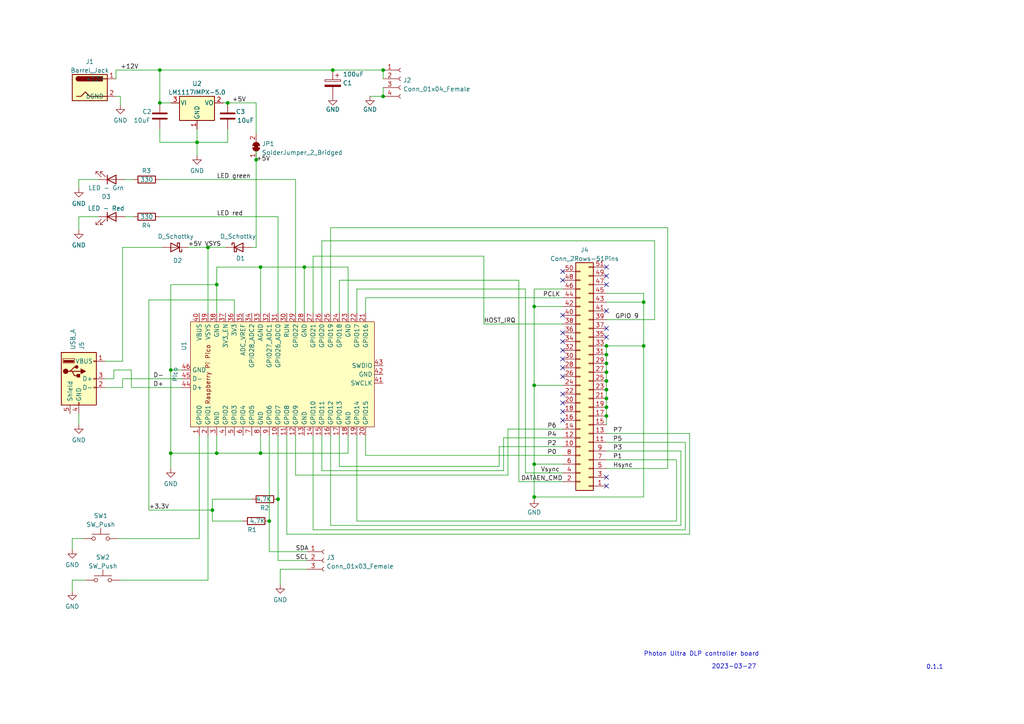
<source format=kicad_sch>
(kicad_sch (version 20211123) (generator eeschema)
  (paper "A4")
  (lib_symbols
    (symbol "Connector:Barrel_Jack" (pin_names (offset 1.016))
      (property "Reference" "J?" (at 0 7.5098 0))
      (property "Value" "Barrel_Jack" (at 0 4.9729 0))
      (symbol "Barrel_Jack_0_1"
        (rectangle (start -5.08 3.81) (end 5.08 -3.81) (stroke (width 0.254)) (fill (type background)))
        (arc (start -3.302 3.175) (mid -3.937 2.54) (end -3.302 1.905) (stroke (width 0.254)))
        (arc (start -3.302 3.175) (mid -3.937 2.54) (end -3.302 1.905) (stroke (width 0.254)) (fill (type outline)))
        (polyline (pts (xy 5.08 2.54) (xy 3.81 2.54)) (stroke (width 0.254)))
        (polyline (pts (xy -3.81 -2.54) (xy -2.54 -2.54) (xy -1.27 -1.27) (xy 0 -2.54) (xy 2.54 -2.54) (xy 5.08 -2.54)) (stroke (width 0.254)))
        (rectangle (start 3.683 3.175) (end -3.302 1.905) (stroke (width 0.254)) (fill (type outline)))
      )
      (symbol "Barrel_Jack_1_1"
        (pin passive line (at 7.62 2.54 180) (length 2.54) (name "+12V") (number "1"))
        (pin passive line (at 7.62 -2.54 180) (length 2.54) (name "bGND") (number "2"))
      )
    )
    (symbol "Connector:Conn_01x03_Female" (pin_names (offset 1.016) hide)
      (property "Reference" "J?" (at -0.635 6.697 0))
      (property "Value" "Conn_01x03_Female" (at -0.635 4.1601 0))
      (symbol "Conn_01x03_Female_1_1"
        (arc (start 0 -2.032) (mid -0.508 -2.54) (end 0 -3.048) (stroke (width 0.1524)))
        (polyline (pts (xy -1.27 -2.54) (xy -0.508 -2.54)) (stroke (width 0.1524)))
        (polyline (pts (xy -1.27 0) (xy -0.508 0)) (stroke (width 0.1524)))
        (polyline (pts (xy -1.27 2.54) (xy -0.508 2.54)) (stroke (width 0.1524)))
        (arc (start 0 0.508) (mid -0.508 0) (end 0 -0.508) (stroke (width 0.1524)))
        (arc (start 0 3.048) (mid -0.508 2.54) (end 0 2.032) (stroke (width 0.1524)))
        (pin passive line (at -5.08 2.54 0) (length 3.81) (name "dGND") (number "1"))
        (pin passive line (at -5.08 0 0) (length 3.81) (name "SCL") (number "2"))
        (pin passive line (at -5.08 -2.54 0) (length 3.81) (name "SDA") (number "3"))
      )
    )
    (symbol "Connector:Conn_01x04_Female" (pin_names (offset 1.016) hide)
      (property "Reference" "J" (at 0 5.08 0))
      (property "Value" "Conn_01x04_Female" (at 0 -7.62 0))
      (symbol "Conn_01x04_Female_1_1"
        (arc (start 0 -4.572) (mid -0.508 -5.08) (end 0 -5.588) (stroke (width 0.1524)))
        (arc (start 0 -2.032) (mid -0.508 -2.54) (end 0 -3.048) (stroke (width 0.1524)))
        (polyline (pts (xy -1.27 -5.08) (xy -0.508 -5.08)) (stroke (width 0.1524)))
        (polyline (pts (xy -1.27 -2.54) (xy -0.508 -2.54)) (stroke (width 0.1524)))
        (polyline (pts (xy -1.27 0) (xy -0.508 0)) (stroke (width 0.1524)))
        (polyline (pts (xy -1.27 2.54) (xy -0.508 2.54)) (stroke (width 0.1524)))
        (arc (start 0 0.508) (mid -0.508 0) (end 0 -0.508) (stroke (width 0.1524)))
        (arc (start 0 3.048) (mid -0.508 2.54) (end 0 2.032) (stroke (width 0.1524)))
        (pin passive line (at -5.08 2.54 0) (length 3.81) (name "Pin_1") (number "1"))
        (pin passive line (at -5.08 0 0) (length 3.81) (name "Pin_2") (number "2"))
        (pin passive line (at -5.08 -2.54 0) (length 3.81) (name "Pin_3") (number "3"))
        (pin passive line (at -5.08 -5.08 0) (length 3.81) (name "Pin_4") (number "4"))
      )
    )
    (symbol "Connector:USB_A" (pin_names (offset 1.016))
      (property "Reference" "J" (at -5.08 11.43 0))
      (property "Value" "USB_A" (at -5.08 8.89 0))
      (symbol "USB_A_0_1"
        (rectangle (start -5.08 -7.62) (end 5.08 7.62) (stroke (width 0.254)) (fill (type background)))
        (circle (center -3.81 2.159) (radius 0.635) (stroke (width 0.254)) (fill (type outline)))
        (rectangle (start -1.524 4.826) (end -4.318 5.334) (fill (type outline)))
        (rectangle (start -1.27 4.572) (end -4.572 5.842))
        (circle (center -0.635 3.429) (radius 0.381) (stroke (width 0.254)) (fill (type outline)))
        (rectangle (start -0.127 -7.62) (end 0.127 -6.858))
        (polyline (pts (xy -3.175 2.159) (xy -2.54 2.159) (xy -1.27 3.429) (xy -0.635 3.429)) (stroke (width 0.254)))
        (polyline (pts (xy -2.54 2.159) (xy -1.905 2.159) (xy -1.27 0.889) (xy 0 0.889)) (stroke (width 0.254)))
        (polyline (pts (xy 0.635 2.794) (xy 0.635 1.524) (xy 1.905 2.159) (xy 0.635 2.794)) (stroke (width 0.254)) (fill (type outline)))
        (rectangle (start 0.254 1.27) (end -0.508 0.508) (stroke (width 0.254)) (fill (type outline)))
        (rectangle (start 5.08 -2.667) (end 4.318 -2.413))
        (rectangle (start 5.08 -0.127) (end 4.318 0.127))
        (rectangle (start 5.08 4.953) (end 4.318 5.207))
      )
      (symbol "USB_A_1_1"
        (polyline (pts (xy -1.905 2.159) (xy 0.635 2.159)) (stroke (width 0.254)))
        (pin power_in line (at 7.62 5.08 180) (length 2.54) (name "VBUS") (number "1"))
        (pin bidirectional line (at 7.62 -2.54 180) (length 2.54) (name "D-") (number "2"))
        (pin bidirectional line (at 7.62 0 180) (length 2.54) (name "D+") (number "3"))
        (pin power_in line (at 0 -10.16 90) (length 2.54) (name "GND") (number "4"))
        (pin passive line (at -2.54 -10.16 90) (length 2.54) (name "Shield") (number "5"))
      )
    )
    (symbol "Connector_Generic:Conn_2Rows-51Pins" (pin_names (offset 1.016) hide)
      (property "Reference" "J?" (at 1.27 35.4498 0))
      (property "Value" "Conn_2Rows-51Pins" (at 1.27 32.9129 0))
      (symbol "Conn_2Rows-51Pins_1_1"
        (rectangle (start -1.27 -32.893) (end 0 -33.147) (stroke (width 0.1524)))
        (rectangle (start -1.27 -30.353) (end 0 -30.607) (stroke (width 0.1524)))
        (rectangle (start -1.27 -27.813) (end 0 -28.067) (stroke (width 0.1524)))
        (rectangle (start -1.27 -25.273) (end 0 -25.527) (stroke (width 0.1524)))
        (rectangle (start -1.27 -22.733) (end 0 -22.987) (stroke (width 0.1524)))
        (rectangle (start -1.27 -20.193) (end 0 -20.447) (stroke (width 0.1524)))
        (rectangle (start -1.27 -17.653) (end 0 -17.907) (stroke (width 0.1524)))
        (rectangle (start -1.27 -15.113) (end 0 -15.367) (stroke (width 0.1524)))
        (rectangle (start -1.27 -12.573) (end 0 -12.827) (stroke (width 0.1524)))
        (rectangle (start -1.27 -10.033) (end 0 -10.287) (stroke (width 0.1524)))
        (rectangle (start -1.27 -7.493) (end 0 -7.747) (stroke (width 0.1524)))
        (rectangle (start -1.27 -4.953) (end 0 -5.207) (stroke (width 0.1524)))
        (rectangle (start -1.27 -2.413) (end 0 -2.667) (stroke (width 0.1524)))
        (rectangle (start -1.27 0.127) (end 0 -0.127) (stroke (width 0.1524)))
        (rectangle (start -1.27 2.667) (end 0 2.413) (stroke (width 0.1524)))
        (rectangle (start -1.27 5.207) (end 0 4.953) (stroke (width 0.1524)))
        (rectangle (start -1.27 7.747) (end 0 7.493) (stroke (width 0.1524)))
        (rectangle (start -1.27 10.287) (end 0 10.033) (stroke (width 0.1524)))
        (rectangle (start -1.27 12.827) (end 0 12.573) (stroke (width 0.1524)))
        (rectangle (start -1.27 15.367) (end 0 15.113) (stroke (width 0.1524)))
        (rectangle (start -1.27 17.907) (end 0 17.653) (stroke (width 0.1524)))
        (rectangle (start -1.27 20.447) (end 0 20.193) (stroke (width 0.1524)))
        (rectangle (start -1.27 22.987) (end 0 22.733) (stroke (width 0.1524)))
        (rectangle (start -1.27 25.527) (end 0 25.273) (stroke (width 0.1524)))
        (rectangle (start -1.27 28.067) (end 0 27.813) (stroke (width 0.1524)))
        (rectangle (start -1.27 30.607) (end 0 30.353) (stroke (width 0.1524)))
        (rectangle (start -1.27 31.75) (end 3.81 -34.29) (stroke (width 0.254)) (fill (type background)))
        (rectangle (start 3.81 -31.623) (end 2.54 -31.877) (stroke (width 0.1524)))
        (rectangle (start 3.81 -29.083) (end 2.54 -29.337) (stroke (width 0.1524)))
        (rectangle (start 3.81 -26.543) (end 2.54 -26.797) (stroke (width 0.1524)))
        (rectangle (start 3.81 -24.003) (end 2.54 -24.257) (stroke (width 0.1524)))
        (rectangle (start 3.81 -21.463) (end 2.54 -21.717) (stroke (width 0.1524)))
        (rectangle (start 3.81 -18.923) (end 2.54 -19.177) (stroke (width 0.1524)))
        (rectangle (start 3.81 -16.383) (end 2.54 -16.637) (stroke (width 0.1524)))
        (rectangle (start 3.81 -13.843) (end 2.54 -14.097) (stroke (width 0.1524)))
        (rectangle (start 3.81 -11.303) (end 2.54 -11.557) (stroke (width 0.1524)))
        (rectangle (start 3.81 -8.763) (end 2.54 -9.017) (stroke (width 0.1524)))
        (rectangle (start 3.81 -6.223) (end 2.54 -6.477) (stroke (width 0.1524)))
        (rectangle (start 3.81 -3.683) (end 2.54 -3.937) (stroke (width 0.1524)))
        (rectangle (start 3.81 -1.143) (end 2.54 -1.397) (stroke (width 0.1524)))
        (rectangle (start 3.81 1.397) (end 2.54 1.143) (stroke (width 0.1524)))
        (rectangle (start 3.81 3.937) (end 2.54 3.683) (stroke (width 0.1524)))
        (rectangle (start 3.81 6.477) (end 2.54 6.223) (stroke (width 0.1524)))
        (rectangle (start 3.81 9.017) (end 2.54 8.763) (stroke (width 0.1524)))
        (rectangle (start 3.81 11.557) (end 2.54 11.303) (stroke (width 0.1524)))
        (rectangle (start 3.81 14.097) (end 2.54 13.843) (stroke (width 0.1524)))
        (rectangle (start 3.81 16.637) (end 2.54 16.383) (stroke (width 0.1524)))
        (rectangle (start 3.81 19.177) (end 2.54 18.923) (stroke (width 0.1524)))
        (rectangle (start 3.81 21.717) (end 2.54 21.463) (stroke (width 0.1524)))
        (rectangle (start 3.81 24.257) (end 2.54 24.003) (stroke (width 0.1524)))
        (rectangle (start 3.81 26.797) (end 2.54 26.543) (stroke (width 0.1524)))
        (rectangle (start 3.81 29.337) (end 2.54 29.083) (stroke (width 0.1524)))
        (pin passive line (at -5.08 30.48 0) (length 3.81) (name "Pin_1") (number "1"))
        (pin passive line (at 7.62 19.05 180) (length 3.81) (name "P2") (number "10"))
        (pin passive line (at -5.08 17.78 0) (length 3.81) (name "P5") (number "11"))
        (pin passive line (at 7.62 16.51 180) (length 3.81) (name "P4") (number "12"))
        (pin passive line (at -5.08 15.24 0) (length 3.81) (name "P7") (number "13"))
        (pin passive line (at 7.62 13.97 180) (length 3.81) (name "P6") (number "14"))
        (pin passive line (at -5.08 12.7 0) (length 3.81) (name "GND") (number "15"))
        (pin passive line (at 7.62 11.43 180) (length 3.81) (name "Pin_16") (number "16"))
        (pin passive line (at -5.08 10.16 0) (length 3.81) (name "Pin_17") (number "17"))
        (pin passive line (at 7.62 8.89 180) (length 3.81) (name "Pin_18") (number "18"))
        (pin passive line (at -5.08 7.62 0) (length 3.81) (name "Pin_19") (number "19"))
        (pin passive line (at 7.62 29.21 180) (length 3.81) (name "DATAEN") (number "2"))
        (pin passive line (at 7.62 6.35 180) (length 3.81) (name "Pin_20") (number "20"))
        (pin passive line (at -5.08 5.08 0) (length 3.81) (name "Pin_21") (number "21"))
        (pin passive line (at 7.62 3.81 180) (length 3.81) (name "Pin_22") (number "22"))
        (pin passive line (at -5.08 2.54 0) (length 3.81) (name "Pin_23") (number "23"))
        (pin passive line (at 7.62 1.27 180) (length 3.81) (name "Pin_24") (number "24"))
        (pin passive line (at -5.08 0 0) (length 3.81) (name "Pin_25") (number "25"))
        (pin passive line (at 7.62 -1.27 180) (length 3.81) (name "Pin_26") (number "26"))
        (pin passive line (at -5.08 -2.54 0) (length 3.81) (name "Pin_27") (number "27"))
        (pin passive line (at 7.62 -3.81 180) (length 3.81) (name "Pin_28") (number "28"))
        (pin passive line (at -5.08 -5.08 0) (length 3.81) (name "Pin_29") (number "29"))
        (pin passive line (at -5.08 27.94 0) (length 3.81) (name "PCLK_ALT") (number "3"))
        (pin passive line (at 7.62 -6.35 180) (length 3.81) (name "Pin_30") (number "30"))
        (pin passive line (at -5.08 -7.62 0) (length 3.81) (name "Pin_31") (number "31"))
        (pin passive line (at 7.62 -8.89 180) (length 3.81) (name "Pin_32") (number "32"))
        (pin passive line (at -5.08 -10.16 0) (length 3.81) (name "Pin_33") (number "33"))
        (pin passive line (at 7.62 -11.43 180) (length 3.81) (name "Pin_34") (number "34"))
        (pin passive line (at -5.08 -12.7 0) (length 3.81) (name "Pin_35") (number "35"))
        (pin passive line (at 7.62 -13.97 180) (length 3.81) (name "Pin_36") (number "36"))
        (pin passive line (at -5.08 -15.24 0) (length 3.81) (name "Pin_37") (number "37"))
        (pin passive line (at 7.62 -16.51 180) (length 3.81) (name "HOST_IRQ") (number "38"))
        (pin passive line (at -5.08 -17.78 0) (length 3.81) (name "GPIO_9") (number "39"))
        (pin passive line (at 7.62 26.67 180) (length 3.81) (name "Vsync") (number "4"))
        (pin passive line (at 7.62 -19.05 180) (length 3.81) (name "Pin_40") (number "40"))
        (pin passive line (at -5.08 -20.32 0) (length 3.81) (name "Pin_41") (number "41"))
        (pin passive line (at 7.62 -21.59 180) (length 3.81) (name "GND") (number "42"))
        (pin passive line (at -5.08 -22.86 0) (length 3.81) (name "GND") (number "43"))
        (pin passive line (at 7.62 -24.13 180) (length 3.81) (name "PCLK") (number "44"))
        (pin passive line (at -5.08 -25.4 0) (length 3.81) (name "GND") (number "45"))
        (pin passive line (at 7.62 -26.67 180) (length 3.81) (name "GND") (number "46"))
        (pin passive line (at -5.08 -27.94 0) (length 3.81) (name "Pin_47") (number "47"))
        (pin passive line (at 7.62 -29.21 180) (length 3.81) (name "Pin_48") (number "48"))
        (pin passive line (at -5.08 -30.48 0) (length 3.81) (name "Pin_49") (number "49"))
        (pin passive line (at -5.08 25.4 0) (length 3.81) (name "Hsync") (number "5"))
        (pin passive line (at 7.62 -31.75 180) (length 3.81) (name "Pin_50") (number "50"))
        (pin passive line (at -5.08 -33.02 0) (length 3.81) (name "Pin_51") (number "51"))
        (pin passive line (at 7.62 24.13 180) (length 3.81) (name "GND") (number "6"))
        (pin passive line (at -5.08 22.86 0) (length 3.81) (name "P1") (number "7"))
        (pin passive line (at 7.62 21.59 180) (length 3.81) (name "P0") (number "8"))
        (pin passive line (at -5.08 20.32 0) (length 3.81) (name "P3") (number "9"))
      )
    )
    (symbol "Device:C" (pin_numbers hide) (pin_names (offset 0.254))
      (property "Reference" "C" (at 0.635 2.54 0))
      (property "Value" "C" (at 0.635 -2.54 0))
      (symbol "C_0_1"
        (polyline (pts (xy -2.032 -0.762) (xy 2.032 -0.762)) (stroke (width 0.508)))
        (polyline (pts (xy -2.032 0.762) (xy 2.032 0.762)) (stroke (width 0.508)))
      )
      (symbol "C_1_1"
        (pin passive line (at 0 3.81 270) (length 2.794) (name "~") (number "1"))
        (pin passive line (at 0 -3.81 90) (length 2.794) (name "~") (number "2"))
      )
    )
    (symbol "Device:C_Polarized" (pin_numbers hide) (pin_names (offset 0.254))
      (property "Reference" "C" (at 0.635 2.54 0))
      (property "Value" "C_Polarized" (at 0.635 -2.54 0))
      (symbol "C_Polarized_0_1"
        (rectangle (start -2.286 0.508) (end 2.286 1.016))
        (polyline (pts (xy -1.778 2.286) (xy -0.762 2.286)))
        (polyline (pts (xy -1.27 2.794) (xy -1.27 1.778)))
        (rectangle (start 2.286 -0.508) (end -2.286 -1.016) (fill (type outline)))
      )
      (symbol "C_Polarized_1_1"
        (pin passive line (at 0 3.81 270) (length 2.794) (name "~") (number "1"))
        (pin passive line (at 0 -3.81 90) (length 2.794) (name "~") (number "2"))
      )
    )
    (symbol "Device:D_Schottky" (pin_numbers hide) (pin_names (offset 1.016) hide)
      (property "Reference" "D" (at 0 2.54 0))
      (property "Value" "D_Schottky" (at 0 -2.54 0))
      (symbol "D_Schottky_0_1"
        (polyline (pts (xy 1.27 0) (xy -1.27 0)))
        (polyline (pts (xy 1.27 1.27) (xy 1.27 -1.27) (xy -1.27 0) (xy 1.27 1.27)) (stroke (width 0.254)))
        (polyline (pts (xy -1.905 0.635) (xy -1.905 1.27) (xy -1.27 1.27) (xy -1.27 -1.27) (xy -0.635 -1.27) (xy -0.635 -0.635)) (stroke (width 0.254)))
      )
      (symbol "D_Schottky_1_1"
        (pin passive line (at -3.81 0 0) (length 2.54) (name "K") (number "1"))
        (pin passive line (at 3.81 0 180) (length 2.54) (name "A") (number "2"))
      )
    )
    (symbol "Device:LED" (pin_numbers hide) (pin_names (offset 1.016) hide)
      (property "Reference" "D" (at 0 2.54 0))
      (property "Value" "LED" (at 0 -2.54 0))
      (symbol "LED_0_1"
        (polyline (pts (xy -1.27 -1.27) (xy -1.27 1.27)) (stroke (width 0.254)))
        (polyline (pts (xy -1.27 0) (xy 1.27 0)))
        (polyline (pts (xy 1.27 -1.27) (xy 1.27 1.27) (xy -1.27 0) (xy 1.27 -1.27)) (stroke (width 0.254)))
        (polyline (pts (xy -3.048 -0.762) (xy -4.572 -2.286) (xy -3.81 -2.286) (xy -4.572 -2.286) (xy -4.572 -1.524)))
        (polyline (pts (xy -1.778 -0.762) (xy -3.302 -2.286) (xy -2.54 -2.286) (xy -3.302 -2.286) (xy -3.302 -1.524)))
      )
      (symbol "LED_1_1"
        (pin passive line (at -3.81 0 0) (length 2.54) (name "K") (number "1"))
        (pin passive line (at 3.81 0 180) (length 2.54) (name "A") (number "2"))
      )
    )
    (symbol "Device:R" (pin_numbers hide) (pin_names (offset 0))
      (property "Reference" "R" (at 2.032 0 90))
      (property "Value" "R" (at 0 0 90))
      (symbol "R_0_1"
        (rectangle (start -1.016 -2.54) (end 1.016 2.54) (stroke (width 0.254)))
      )
      (symbol "R_1_1"
        (pin passive line (at 0 3.81 270) (length 1.27) (name "~") (number "1"))
        (pin passive line (at 0 -3.81 90) (length 1.27) (name "~") (number "2"))
      )
    )
    (symbol "Jumper:SolderJumper_2_Bridged" (pin_names (offset 0) hide)
      (property "Reference" "JP" (at 0 2.032 0))
      (property "Value" "SolderJumper_2_Bridged" (at 0 -2.54 0))
      (symbol "SolderJumper_2_Bridged_0_1"
        (rectangle (start -0.508 0.508) (end 0.508 -0.508) (fill (type outline)))
        (arc (start -0.254 1.016) (mid -1.27 0) (end -0.254 -1.016))
        (arc (start -0.254 1.016) (mid -1.27 0) (end -0.254 -1.016) (fill (type outline)))
        (polyline (pts (xy -0.254 1.016) (xy -0.254 -1.016)))
        (polyline (pts (xy 0.254 1.016) (xy 0.254 -1.016)))
        (arc (start 0.254 -1.016) (mid 1.27 0) (end 0.254 1.016))
        (arc (start 0.254 -1.016) (mid 1.27 0) (end 0.254 1.016) (fill (type outline)))
      )
      (symbol "SolderJumper_2_Bridged_1_1"
        (pin passive line (at -3.81 0 0) (length 2.54) (name "A") (number "1"))
        (pin passive line (at 3.81 0 180) (length 2.54) (name "B") (number "2"))
      )
    )
    (symbol "MCU_RaspberryPi_and_Boards:Pico"
      (property "Reference" "U1" (at 8.255 28.575 0))
      (property "Value" "Pico" (at 0 31.1103 0))
      (symbol "Pico_0_0"
        (text "Raspberry Pi Pico" (at 0 21.59 0) (effects (font (size 1.27 1.27))))
      )
      (symbol "Pico_0_1"
        (rectangle (start -15.24 26.67) (end 15.24 -26.67) (fill (type background)))
      )
      (symbol "Pico_1_1"
        (pin bidirectional line (at -17.78 24.13 0) (length 2.54) (name "GPIO0") (number "1"))
        (pin bidirectional line (at -17.78 1.27 0) (length 2.54) (name "GPIO7") (number "10"))
        (pin bidirectional line (at -17.78 -1.27 0) (length 2.54) (name "GPIO8") (number "11"))
        (pin bidirectional line (at -17.78 -3.81 0) (length 2.54) (name "GPIO9") (number "12"))
        (pin power_in line (at -17.78 -6.35 0) (length 2.54) (name "GND") (number "13"))
        (pin bidirectional line (at -17.78 -8.89 0) (length 2.54) (name "GPIO10") (number "14"))
        (pin bidirectional line (at -17.78 -11.43 0) (length 2.54) (name "GPIO11") (number "15"))
        (pin bidirectional line (at -17.78 -13.97 0) (length 2.54) (name "GPIO12") (number "16"))
        (pin bidirectional line (at -17.78 -16.51 0) (length 2.54) (name "GPIO13") (number "17"))
        (pin power_in line (at -17.78 -19.05 0) (length 2.54) (name "GND") (number "18"))
        (pin bidirectional line (at -17.78 -21.59 0) (length 2.54) (name "GPIO14") (number "19"))
        (pin bidirectional line (at -17.78 21.59 0) (length 2.54) (name "GPIO1") (number "2"))
        (pin bidirectional line (at -17.78 -24.13 0) (length 2.54) (name "GPIO15") (number "20"))
        (pin bidirectional line (at 17.78 -24.13 180) (length 2.54) (name "GPIO16") (number "21"))
        (pin bidirectional line (at 17.78 -21.59 180) (length 2.54) (name "GPIO17") (number "22"))
        (pin power_in line (at 17.78 -19.05 180) (length 2.54) (name "GND") (number "23"))
        (pin bidirectional line (at 17.78 -16.51 180) (length 2.54) (name "GPIO18") (number "24"))
        (pin bidirectional line (at 17.78 -13.97 180) (length 2.54) (name "GPIO19") (number "25"))
        (pin bidirectional line (at 17.78 -11.43 180) (length 2.54) (name "GPIO20") (number "26"))
        (pin bidirectional line (at 17.78 -8.89 180) (length 2.54) (name "GPIO21") (number "27"))
        (pin power_in line (at 17.78 -6.35 180) (length 2.54) (name "GND") (number "28"))
        (pin bidirectional line (at 17.78 -3.81 180) (length 2.54) (name "GPIO22") (number "29"))
        (pin power_in line (at -17.78 19.05 0) (length 2.54) (name "GND") (number "3"))
        (pin input line (at 17.78 -1.27 180) (length 2.54) (name "RUN") (number "30"))
        (pin bidirectional line (at 17.78 1.27 180) (length 2.54) (name "GPIO26_ADC0") (number "31"))
        (pin bidirectional line (at 17.78 3.81 180) (length 2.54) (name "GPIO27_ADC1") (number "32"))
        (pin power_in line (at 17.78 6.35 180) (length 2.54) (name "AGND") (number "33"))
        (pin bidirectional line (at 17.78 8.89 180) (length 2.54) (name "GPIO28_ADC2") (number "34"))
        (pin power_in line (at 17.78 11.43 180) (length 2.54) (name "ADC_VREF") (number "35"))
        (pin power_in line (at 17.78 13.97 180) (length 2.54) (name "3V3") (number "36"))
        (pin input line (at 17.78 16.51 180) (length 2.54) (name "3V3_EN") (number "37"))
        (pin bidirectional line (at 17.78 19.05 180) (length 2.54) (name "GND") (number "38"))
        (pin power_in line (at 17.78 21.59 180) (length 2.54) (name "VSYS") (number "39"))
        (pin bidirectional line (at -17.78 16.51 0) (length 2.54) (name "GPIO2") (number "4"))
        (pin power_in line (at 17.78 24.13 180) (length 2.54) (name "VBUS") (number "40"))
        (pin input line (at -2.54 -29.21 90) (length 2.54) (name "SWCLK") (number "41"))
        (pin power_in line (at 0 -29.21 90) (length 2.54) (name "GND") (number "42"))
        (pin bidirectional line (at 2.54 -29.21 90) (length 2.54) (name "SWDIO") (number "43"))
        (pin bidirectional line (at -3.81 29.21 270) (length 2.54) (name "D+") (number "44"))
        (pin bidirectional line (at -1.27 29.21 270) (length 2.54) (name "D-") (number "45"))
        (pin bidirectional line (at 1.27 29.21 270) (length 2.54) (name "GND") (number "46"))
        (pin bidirectional line (at -17.78 13.97 0) (length 2.54) (name "GPIO3") (number "5"))
        (pin bidirectional line (at -17.78 11.43 0) (length 2.54) (name "GPIO4") (number "6"))
        (pin bidirectional line (at -17.78 8.89 0) (length 2.54) (name "GPIO5") (number "7"))
        (pin power_in line (at -17.78 6.35 0) (length 2.54) (name "GND") (number "8"))
        (pin bidirectional line (at -17.78 3.81 0) (length 2.54) (name "GPIO6") (number "9"))
      )
    )
    (symbol "Regulator_Linear:AMS1117-5.0" (pin_names (offset 0.254))
      (property "Reference" "U" (at -3.81 3.175 0))
      (property "Value" "AMS1117-5.0" (at 0 3.175 0))
      (symbol "AMS1117-5.0_0_1"
        (rectangle (start -5.08 -5.08) (end 5.08 1.905) (stroke (width 0.254)) (fill (type background)))
      )
      (symbol "AMS1117-5.0_1_1"
        (pin power_in line (at 0 -7.62 90) (length 2.54) (name "GND") (number "1"))
        (pin power_out line (at 7.62 0 180) (length 2.54) (name "VO") (number "2"))
        (pin power_in line (at -7.62 0 0) (length 2.54) (name "VI") (number "3"))
      )
    )
    (symbol "Switch:SW_Push" (pin_numbers hide) (pin_names (offset 1.016) hide)
      (property "Reference" "SW" (at 1.27 2.54 0))
      (property "Value" "SW_Push" (at 0 -1.524 0))
      (symbol "SW_Push_0_1"
        (circle (center -2.032 0) (radius 0.508))
        (polyline (pts (xy 0 1.27) (xy 0 3.048)))
        (polyline (pts (xy 2.54 1.27) (xy -2.54 1.27)))
        (circle (center 2.032 0) (radius 0.508))
        (pin passive line (at -5.08 0 0) (length 2.54) (name "1") (number "1"))
        (pin passive line (at 5.08 0 180) (length 2.54) (name "2") (number "2"))
      )
    )
    (symbol "power:GND" (power) (pin_names (offset 0))
      (property "Value" "GND" (at 0 -3.81 0))
      (symbol "GND_0_1"
        (polyline (pts (xy 0 0) (xy 0 -1.27) (xy 1.27 -1.27) (xy 0 -2.54) (xy -1.27 -1.27) (xy 0 -1.27)))
      )
      (symbol "GND_1_1"
        (pin power_in line (at 0 0 270) (length 0) hide (name "GND") (number "1"))
      )
    )
  )
  (junction (at 75.565 131.445))
  (junction (at 154.94 88.9))
  (junction (at 175.895 120.65))
  (junction (at 60.325 71.755))
  (junction (at 111.125 27.94))
  (junction (at 46.355 29.845))
  (junction (at 154.94 144.145))
  (junction (at 62.865 131.445))
  (junction (at 88.265 77.47))
  (junction (at 175.895 110.49))
  (junction (at 62.865 82.55))
  (junction (at 80.645 144.78))
  (junction (at 96.52 20.32))
  (junction (at 75.565 77.47))
  (junction (at 154.94 134.62))
  (junction (at 74.295 46.355))
  (junction (at 66.04 29.845))
  (junction (at 46.355 20.32))
  (junction (at 61.595 147.955))
  (junction (at 175.895 118.11))
  (junction (at 175.895 102.87))
  (junction (at 175.895 107.95))
  (junction (at 175.895 113.03))
  (junction (at 111.125 20.32))
  (junction (at 175.895 115.57))
  (junction (at 154.94 111.76))
  (junction (at 186.69 87.63))
  (junction (at 78.105 151.13))
  (junction (at 57.15 41.275))
  (junction (at 175.895 100.33))
  (junction (at 186.69 100.33))
  (junction (at 49.53 131.445))
  (junction (at 175.895 105.41))
  (junction (at 49.53 107.315))
  (no_connect (at 175.895 138.43))
  (no_connect (at 163.195 104.14))
  (no_connect (at 163.195 101.6))
  (no_connect (at 163.195 99.06))
  (no_connect (at 163.195 96.52))
  (no_connect (at 163.195 121.92))
  (no_connect (at 163.195 119.38))
  (no_connect (at 163.195 116.84))
  (no_connect (at 163.195 114.3))
  (no_connect (at 163.195 109.22))
  (no_connect (at 163.195 106.68))
  (no_connect (at 175.895 97.79))
  (no_connect (at 175.895 95.25))
  (no_connect (at 175.895 80.01))
  (no_connect (at 163.195 78.74))
  (no_connect (at 163.195 81.28))
  (no_connect (at 175.895 82.55))
  (no_connect (at 175.895 90.17))
  (no_connect (at 175.895 77.47))
  (no_connect (at 175.895 140.97))
  (no_connect (at 163.195 91.44))
  (wire (pts (xy 175.895 102.87) (xy 175.895 100.33)))
  (wire (pts (xy 20.955 159.385) (xy 20.955 156.21)))
  (wire (pts (xy 196.215 133.35) (xy 196.215 151.13)))
  (wire (pts (xy 88.265 77.47) (xy 88.265 90.805)))
  (wire (pts (xy 98.425 126.365) (xy 98.425 135.255)))
  (wire (pts (xy 106.045 86.36) (xy 163.195 86.36)))
  (wire (pts (xy 106.045 132.08) (xy 163.195 132.08)))
  (wire (pts (xy 152.4 137.16) (xy 163.195 137.16)))
  (wire (pts (xy 43.18 147.955) (xy 61.595 147.955)))
  (wire (pts (xy 20.955 168.275) (xy 24.765 168.275)))
  (wire (pts (xy 60.325 71.755) (xy 60.325 90.805)))
  (wire (pts (xy 83.185 154.94) (xy 200.025 154.94)))
  (wire (pts (xy 186.69 144.145) (xy 154.94 144.145)))
  (wire (pts (xy 93.345 126.365) (xy 93.345 136.525)))
  (wire (pts (xy 154.94 88.9) (xy 163.195 88.9)))
  (wire (pts (xy 33.02 107.315) (xy 38.1 107.315)))
  (wire (pts (xy 74.295 46.355) (xy 74.295 71.755)))
  (wire (pts (xy 154.94 144.145) (xy 154.94 144.78)))
  (wire (pts (xy 78.105 160.02) (xy 78.105 151.13)))
  (wire (pts (xy 38.1 107.315) (xy 38.1 112.395)))
  (wire (pts (xy 35.56 71.755) (xy 35.56 104.775)))
  (wire (pts (xy 62.865 82.55) (xy 62.865 90.805)))
  (wire (pts (xy 175.895 100.33) (xy 186.69 100.33)))
  (wire (pts (xy 146.05 127) (xy 163.195 127)))
  (wire (pts (xy 28.575 62.865) (xy 22.86 62.865)))
  (wire (pts (xy 65.405 71.755) (xy 60.325 71.755)))
  (wire (pts (xy 152.4 83.82) (xy 103.505 83.82)))
  (wire (pts (xy 98.425 135.255) (xy 144.78 135.255)))
  (wire (pts (xy 200.025 154.94) (xy 200.025 125.73)))
  (wire (pts (xy 49.53 107.315) (xy 49.53 131.445)))
  (wire (pts (xy 62.865 126.365) (xy 62.865 131.445)))
  (wire (pts (xy 34.29 156.21) (xy 57.785 156.21)))
  (wire (pts (xy 175.895 85.09) (xy 186.69 85.09)))
  (wire (pts (xy 103.505 151.13) (xy 196.215 151.13)))
  (wire (pts (xy 80.645 162.56) (xy 88.9 162.56)))
  (wire (pts (xy 74.295 38.735) (xy 74.295 29.845)))
  (wire (pts (xy 193.675 135.89) (xy 193.675 66.04)))
  (wire (pts (xy 198.755 153.67) (xy 198.755 128.27)))
  (wire (pts (xy 74.295 71.755) (xy 73.025 71.755)))
  (wire (pts (xy 57.15 37.465) (xy 57.15 41.275)))
  (wire (pts (xy 111.125 25.4) (xy 111.125 27.94)))
  (wire (pts (xy 46.99 71.755) (xy 35.56 71.755)))
  (wire (pts (xy 46.355 52.07) (xy 85.725 52.07)))
  (wire (pts (xy 175.895 128.27) (xy 198.755 128.27)))
  (wire (pts (xy 154.94 111.76) (xy 163.195 111.76)))
  (wire (pts (xy 75.565 77.47) (xy 75.565 90.805)))
  (wire (pts (xy 175.895 125.73) (xy 200.025 125.73)))
  (wire (pts (xy 46.355 29.845) (xy 46.355 20.32)))
  (wire (pts (xy 90.805 153.67) (xy 198.755 153.67)))
  (wire (pts (xy 75.565 131.445) (xy 62.865 131.445)))
  (wire (pts (xy 62.865 82.55) (xy 49.53 82.55)))
  (wire (pts (xy 34.925 27.94) (xy 34.925 30.48)))
  (wire (pts (xy 90.805 74.295) (xy 90.805 90.805)))
  (wire (pts (xy 175.895 123.19) (xy 175.895 120.65)))
  (wire (pts (xy 175.895 92.71) (xy 189.865 92.71)))
  (wire (pts (xy 30.48 109.855) (xy 33.02 109.855)))
  (wire (pts (xy 175.895 110.49) (xy 175.895 107.95)))
  (wire (pts (xy 150.495 139.7) (xy 150.495 81.28)))
  (wire (pts (xy 150.495 81.28) (xy 98.425 81.28)))
  (wire (pts (xy 57.15 41.275) (xy 66.04 41.275)))
  (wire (pts (xy 35.56 109.855) (xy 52.705 109.855)))
  (wire (pts (xy 140.335 74.295) (xy 90.805 74.295)))
  (wire (pts (xy 175.895 107.95) (xy 175.895 105.41)))
  (wire (pts (xy 78.105 151.13) (xy 78.105 126.365)))
  (wire (pts (xy 20.955 171.45) (xy 20.955 168.275)))
  (wire (pts (xy 111.125 20.32) (xy 111.125 22.86)))
  (wire (pts (xy 154.94 111.76) (xy 154.94 134.62)))
  (wire (pts (xy 22.86 62.865) (xy 22.86 66.675)))
  (wire (pts (xy 20.955 156.21) (xy 24.13 156.21)))
  (wire (pts (xy 62.865 131.445) (xy 49.53 131.445)))
  (wire (pts (xy 49.53 131.445) (xy 49.53 135.89)))
  (wire (pts (xy 66.04 41.275) (xy 66.04 37.465)))
  (wire (pts (xy 90.805 126.365) (xy 90.805 153.67)))
  (wire (pts (xy 85.725 137.795) (xy 147.32 137.795)))
  (wire (pts (xy 96.52 20.32) (xy 111.125 20.32)))
  (wire (pts (xy 38.1 112.395) (xy 52.705 112.395)))
  (wire (pts (xy 106.045 126.365) (xy 106.045 132.08)))
  (wire (pts (xy 100.965 90.805) (xy 100.965 77.47)))
  (wire (pts (xy 100.965 77.47) (xy 88.265 77.47)))
  (wire (pts (xy 61.595 144.78) (xy 73.025 144.78)))
  (wire (pts (xy 154.94 134.62) (xy 163.195 134.62)))
  (wire (pts (xy 57.15 41.275) (xy 57.15 45.085)))
  (wire (pts (xy 154.94 83.82) (xy 154.94 88.9)))
  (wire (pts (xy 80.645 90.805) (xy 80.645 62.865)))
  (wire (pts (xy 154.94 83.82) (xy 163.195 83.82)))
  (wire (pts (xy 67.945 86.995) (xy 43.18 86.995)))
  (wire (pts (xy 46.355 41.275) (xy 57.15 41.275)))
  (wire (pts (xy 154.94 134.62) (xy 154.94 144.145)))
  (wire (pts (xy 100.965 131.445) (xy 75.565 131.445)))
  (wire (pts (xy 147.32 124.46) (xy 163.195 124.46)))
  (wire (pts (xy 46.355 62.865) (xy 80.645 62.865)))
  (wire (pts (xy 106.045 86.36) (xy 106.045 90.805)))
  (wire (pts (xy 33.02 109.855) (xy 33.02 107.315)))
  (wire (pts (xy 36.195 62.865) (xy 38.735 62.865)))
  (wire (pts (xy 80.645 144.78) (xy 80.645 162.56)))
  (wire (pts (xy 93.345 69.85) (xy 189.865 69.85)))
  (wire (pts (xy 107.315 27.94) (xy 111.125 27.94)))
  (wire (pts (xy 175.895 118.11) (xy 175.895 115.57)))
  (wire (pts (xy 186.69 100.33) (xy 186.69 144.145)))
  (wire (pts (xy 52.705 107.315) (xy 49.53 107.315)))
  (wire (pts (xy 144.78 135.255) (xy 144.78 129.54)))
  (wire (pts (xy 103.505 83.82) (xy 103.505 90.805)))
  (wire (pts (xy 93.345 69.85) (xy 93.345 90.805)))
  (wire (pts (xy 144.78 129.54) (xy 163.195 129.54)))
  (wire (pts (xy 43.18 86.995) (xy 43.18 147.955)))
  (wire (pts (xy 100.965 126.365) (xy 100.965 131.445)))
  (wire (pts (xy 88.265 77.47) (xy 75.565 77.47)))
  (wire (pts (xy 46.355 29.845) (xy 49.53 29.845)))
  (wire (pts (xy 57.785 126.365) (xy 57.785 156.21)))
  (wire (pts (xy 64.77 29.845) (xy 66.04 29.845)))
  (wire (pts (xy 175.895 113.03) (xy 175.895 110.49)))
  (wire (pts (xy 175.895 120.65) (xy 175.895 118.11)))
  (wire (pts (xy 154.94 88.9) (xy 154.94 111.76)))
  (wire (pts (xy 60.325 126.365) (xy 60.325 168.275)))
  (wire (pts (xy 33.655 27.94) (xy 34.925 27.94)))
  (wire (pts (xy 152.4 137.16) (xy 152.4 83.82)))
  (wire (pts (xy 34.925 168.275) (xy 60.325 168.275)))
  (wire (pts (xy 175.895 133.35) (xy 196.215 133.35)))
  (wire (pts (xy 67.945 90.805) (xy 67.945 86.995)))
  (wire (pts (xy 35.56 112.395) (xy 35.56 109.855)))
  (wire (pts (xy 60.325 71.755) (xy 54.61 71.755)))
  (wire (pts (xy 193.675 66.04) (xy 95.885 66.04)))
  (wire (pts (xy 186.69 87.63) (xy 186.69 100.33)))
  (wire (pts (xy 85.725 126.365) (xy 85.725 137.795)))
  (wire (pts (xy 140.335 93.98) (xy 163.195 93.98)))
  (wire (pts (xy 150.495 139.7) (xy 163.195 139.7)))
  (wire (pts (xy 103.505 126.365) (xy 103.505 151.13)))
  (wire (pts (xy 33.655 20.32) (xy 46.355 20.32)))
  (wire (pts (xy 83.185 126.365) (xy 83.185 154.94)))
  (wire (pts (xy 85.725 52.07) (xy 85.725 90.805)))
  (wire (pts (xy 78.105 160.02) (xy 88.9 160.02)))
  (wire (pts (xy 30.48 112.395) (xy 35.56 112.395)))
  (wire (pts (xy 186.69 85.09) (xy 186.69 87.63)))
  (wire (pts (xy 61.595 147.955) (xy 61.595 144.78)))
  (wire (pts (xy 46.355 20.32) (xy 96.52 20.32)))
  (wire (pts (xy 189.865 92.71) (xy 189.865 69.85)))
  (wire (pts (xy 28.575 52.07) (xy 22.86 52.07)))
  (wire (pts (xy 140.335 93.98) (xy 140.335 74.295)))
  (wire (pts (xy 175.895 115.57) (xy 175.895 113.03)))
  (wire (pts (xy 175.895 87.63) (xy 186.69 87.63)))
  (wire (pts (xy 175.895 105.41) (xy 175.895 102.87)))
  (wire (pts (xy 22.86 52.07) (xy 22.86 54.61)))
  (wire (pts (xy 175.895 135.89) (xy 193.675 135.89)))
  (wire (pts (xy 95.885 66.04) (xy 95.885 90.805)))
  (wire (pts (xy 49.53 82.55) (xy 49.53 107.315)))
  (wire (pts (xy 62.865 77.47) (xy 62.865 82.55)))
  (wire (pts (xy 175.895 130.81) (xy 197.485 130.81)))
  (wire (pts (xy 98.425 81.28) (xy 98.425 90.805)))
  (wire (pts (xy 197.485 152.4) (xy 197.485 130.81)))
  (wire (pts (xy 146.05 136.525) (xy 146.05 127)))
  (wire (pts (xy 46.355 41.275) (xy 46.355 37.465)))
  (wire (pts (xy 61.595 151.13) (xy 61.595 147.955)))
  (wire (pts (xy 22.86 120.015) (xy 22.86 123.19)))
  (wire (pts (xy 66.04 29.845) (xy 74.295 29.845)))
  (wire (pts (xy 80.645 126.365) (xy 80.645 144.78)))
  (wire (pts (xy 75.565 126.365) (xy 75.565 131.445)))
  (wire (pts (xy 33.655 20.32) (xy 33.655 22.86)))
  (wire (pts (xy 30.48 104.775) (xy 35.56 104.775)))
  (wire (pts (xy 36.195 52.07) (xy 38.735 52.07)))
  (wire (pts (xy 95.885 152.4) (xy 197.485 152.4)))
  (wire (pts (xy 74.295 43.815) (xy 74.295 46.355)))
  (wire (pts (xy 61.595 151.13) (xy 70.485 151.13)))
  (wire (pts (xy 95.885 126.365) (xy 95.885 152.4)))
  (wire (pts (xy 147.32 137.795) (xy 147.32 124.46)))
  (wire (pts (xy 75.565 77.47) (xy 62.865 77.47)))
  (wire (pts (xy 81.28 165.1) (xy 81.28 169.545)))
  (wire (pts (xy 93.345 136.525) (xy 146.05 136.525)))
  (wire (pts (xy 88.9 165.1) (xy 81.28 165.1)))
  (text "Photon Ultra DLP controller board\n" (at 186.69 190.5 0) (effects (font (size 1.27 1.27)) (justify left bottom)))
  (text "2023-03-27\n\n" (at 206.375 196.215 0) (effects (font (size 1.27 1.27)) (justify left bottom)))
  (text "0.1.1\n" (at 268.605 194.31 0) (effects (font (size 1.27 1.27)) (justify left bottom)))
  (label "SDA" (at 85.725 160.02 0))
  (label "P7" (at 177.8 125.73 0))
  (label "PCLK" (at 157.48 86.36 0))
  (label "Hsync" (at 177.8 135.89 0))
  (label "P5" (at 177.8 128.27 0))
  (label "P3" (at 177.8 130.81 0))
  (label "SCL" (at 85.725 162.56 0))
  (label "LED green" (at 62.865 52.07 0))
  (label "DATAEN_CMD" (at 151.13 139.7 0))
  (label "GPIO 9" (at 178.435 92.71 0))
  (label "+12V" (at 34.925 20.32 0))
  (label "+5V" (at 74.295 46.99 0))
  (label "P1" (at 177.8 133.35 0))
  (label "+5V" (at 67.31 29.845 0))
  (label "P0" (at 158.75 132.08 0))
  (label "Vsync" (at 156.845 137.16 0))
  (label "+3.3V" (at 43.18 147.955 0))
  (label "+5V VSYS" (at 64.135 71.755 180))
  (label "LED red" (at 62.865 62.865 0))
  (label "D-" (at 44.45 109.855 0))
  (label "D+" (at 44.45 112.395 0))
  (label "P4" (at 158.75 127 0))
  (label "P6" (at 158.75 124.46 0))
  (label "HOST_IRQ" (at 140.335 93.98 0))
  (label "P2" (at 158.75 129.54 0))
  (symbol (lib_id "power:GND") (at 154.94 144.78 0) (unit 1)
    (property "Reference" "#PWR0103" (effects hide))
    (property "Value" "GND" (at 154.94 148.5884 0))
  )
  (symbol (lib_id "power:GND") (at 20.955 171.45 0) (unit 1)
    (property "Reference" "#PWR0106" (effects hide))
    (property "Value" "GND" (at 20.955 175.8934 0))
  )
  (symbol (lib_id "power:GND") (at 22.86 123.19 0) (unit 1)
    (property "Reference" "#PWR0105" (effects hide))
    (property "Value" "GND" (at 22.86 127.6334 0))
  )
  (symbol (lib_id "power:GND") (at 96.52 27.94 0) (unit 1)
    (property "Reference" "#PWR02" (effects hide))
    (property "Value" "GND" (at 96.52 31.75 0))
  )
  (symbol (lib_id "Regulator_Linear:AMS1117-5.0") (at 57.15 29.845 0) (unit 1)
    (property "Reference" "U2" (at 57.15 24.2402 0))
    (property "Value" "LM1117IMPX-5.0" (at 57.15 26.7771 0))
    (property "Footprint" "Package_TO_SOT_SMD:TO-252-3_TabPin2" (effects hide))
    (property "Datasheet" "https://www.ti.com/lit/ds/symlink/lm1117.pdf?HQS=dis-mous-null-mousermode-dsf-pf-null-wwe&ts=1679425253483&ref_url=https%253A%252F%252Fwww.mouser.it%252F" (effects hide))
    (property "Mouser" "https://nl.mouser.com/ProductDetail/Texas-Instruments/LM1117DT-5.0-NOPB?qs=X1J7HmVL2ZGITaQRKQ6NVA%3D%3D" (effects hide))
  )
  (symbol (lib_id "Device:R") (at 42.545 62.865 270) (unit 1)
    (property "Reference" "R4" (at 43.815 65.405 90) (effects (justify right)))
    (property "Value" "330" (at 44.45 62.865 90) (effects (justify right)))
    (property "Footprint" "Resistor_SMD:R_1206_3216Metric" (effects hide))
    (property "Mouser" "https://nl.mouser.com/ProductDetail/Panasonic/ERA-8AEB331V?qs=Ojoo2rCVP9RPOWivOTRDqg%3D%3D" (effects hide))
  )
  (symbol (lib_id "Device:C") (at 66.04 33.655 0) (mirror y) (unit 1)
    (property "Reference" "C3" (at 71.12 32.385 0) (effects (justify left)))
    (property "Value" "10uF" (at 73.66 34.925 0) (effects (justify left)))
    (property "Footprint" "Capacitor_SMD:C_0805_2012Metric_Pad1.18x1.45mm_HandSolder" (effects hide))
    (property "Mouser" "https://nl.mouser.com/ProductDetail/TDK/C2012X7S1E106K125AE?qs=sGAEpiMZZMsh%252B1woXyUXj%252BH%2Fz7ysGLLiFnry1uAytYc%3D" (effects hide))
  )
  (symbol (lib_id "power:GND") (at 107.315 27.94 0) (unit 1)
    (property "Reference" "#PWR0104" (effects hide))
    (property "Value" "GND" (at 107.315 31.75 0))
  )
  (symbol (lib_id "Device:LED") (at 32.385 62.865 0) (unit 1)
    (property "Reference" "D4" (at -114.8248 89.8525 90))
    (property "Value" "LED - Red" (at 30.7975 60.4321 0))
    (property "Footprint" "LED_SMD:LED_0805_2012Metric" (effects hide))
    (property "Mouser" "https://nl.mouser.com/ProductDetail/Wurth-Elektronik/150080RS75000?qs=LlUlMxKIyB2jdCo7bnfgew%3D%3D" (effects hide))
  )
  (symbol (lib_id "Device:C") (at 46.355 33.655 0) (unit 1)
    (property "Reference" "C2" (at 41.275 32.385 0) (effects (justify left)))
    (property "Value" "10uF" (at 38.735 34.925 0) (effects (justify left)))
    (property "Footprint" "Capacitor_SMD:C_0805_2012Metric_Pad1.18x1.45mm_HandSolder" (effects hide))
    (property "Mouser" "https://nl.mouser.com/ProductDetail/TDK/C2012X7S1E106K125AE?qs=sGAEpiMZZMsh%252B1woXyUXj%252BH%2Fz7ysGLLiFnry1uAytYc%3D" (effects hide))
  )
  (symbol (lib_id "Device:R") (at 74.295 151.13 90) (unit 1)
    (property "Reference" "R1" (at 71.755 153.67 90) (effects (justify right)))
    (property "Value" "4.7K" (at 72.39 151.13 90) (effects (justify right)))
    (property "Footprint" "Resistor_SMD:R_1206_3216Metric" (effects hide))
    (property "Mouser" "https://nl.mouser.com/ProductDetail/Panasonic/ERA-8AEB472V?qs=Ojoo2rCVP9Sy1lUSq6%252B0Xg%3D%3D" (effects hide))
  )
  (symbol (lib_id "power:GND") (at 20.955 159.385 0) (unit 1)
    (property "Reference" "#PWR0107" (effects hide))
    (property "Value" "GND" (at 20.955 163.8284 0))
  )
  (symbol (lib_id "power:GND") (at 57.15 45.085 0) (unit 1)
    (property "Reference" "#PWR0102" (effects hide))
    (property "Value" "GND" (at 57.15 49.5284 0))
  )
  (symbol (lib_id "Connector:Barrel_Jack") (at 26.035 25.4 0) (unit 1)
    (property "Reference" "J1" (at 26.035 17.8902 0))
    (property "Value" "Barrel_Jack" (at 26.035 20.4271 0))
    (property "Footprint" "Connector_BarrelJack:BarrelJack_GCT_DCJ200-10-A_Horizontal" (effects hide))
  )
  (symbol (lib_id "MCU_RaspberryPi_and_Boards:Pico") (at 81.915 108.585 90) (unit 1)
    (property "Reference" "U1" (at 53.34 100.33 0))
    (property "Value" "Pico" (at 50.8047 108.585 0))
    (property "Footprint" "MCU_RaspberryPi_and_Boards:RPi_Pico_SMD_for-photon-ultra" (effects hide))
  )
  (symbol (lib_id "power:GND") (at 22.86 66.675 0) (unit 1)
    (property "Reference" "#PWR05" (effects hide))
    (property "Value" "GND" (at 22.86 71.1184 0))
  )
  (symbol (lib_id "Device:LED") (at 32.385 52.07 0) (mirror x) (unit 1)
    (property "Reference" "D3" (at 30.7975 57.0398 0))
    (property "Value" "LED - Grn" (at 30.7975 54.5029 0))
    (property "Footprint" "LED_SMD:LED_0805_2012Metric" (effects hide))
    (property "Mouser" "https://nl.mouser.com/ProductDetail/Wurth-Elektronik/150080VS75000?qs=LlUlMxKIyB0tGHJmO6%252B0ug%3D%3D" (effects hide))
  )
  (symbol (lib_id "Connector:USB_A") (at 22.86 109.855 0) (unit 1)
    (property "Reference" "J5" (at 23.6947 101.473 90) (effects (justify left)))
    (property "Value" "USB_A" (at 21.1578 101.473 90) (effects (justify left)))
    (property "Footprint" "Connector_USB:USB_A_CONNFLY_DS1095-WNR0" (effects hide))
    (property "Datasheet" " ~" (effects hide))
    (property "Mouser" "https://nl.mouser.com/ProductDetail/GCT/USB1130-15-A?qs=KUoIvG%2F9IlbUm2WMV7vmzg%3D%3D" (effects hide))
  )
  (symbol (lib_id "power:GND") (at 49.53 135.89 0) (unit 1)
    (property "Reference" "#PWR0101" (effects hide))
    (property "Value" "GND" (at 49.53 140.3334 0))
  )
  (symbol (lib_id "Device:R") (at 76.835 144.78 270) (unit 1)
    (property "Reference" "R2" (at 78.105 147.32 90) (effects (justify right)))
    (property "Value" "4.7K" (at 78.74 144.78 90) (effects (justify right)))
    (property "Footprint" "Resistor_SMD:R_1206_3216Metric" (effects hide))
    (property "Mouser" "https://nl.mouser.com/ProductDetail/Panasonic/ERA-8AEB472V?qs=Ojoo2rCVP9Sy1lUSq6%252B0Xg%3D%3D" (effects hide))
  )
  (symbol (lib_id "Device:D_Schottky") (at 50.8 71.755 180) (unit 1)
    (property "Reference" "D2" (at 50.165 75.565 0) (effects (justify right)))
    (property "Value" "D_Schottky" (at 45.72 68.58 0) (effects (justify right)))
    (property "Footprint" "Diode_SMD:D_SOD-323_HandSoldering" (effects hide))
    (property "Mouser" "https://nl.mouser.com/ProductDetail/Nexperia/BAT760115?qs=me8TqzrmIYUT08NCquDVCQ%3D%3D" (effects hide))
  )
  (symbol (lib_id "Switch:SW_Push") (at 29.21 156.21 0) (unit 1)
    (property "Reference" "SW1" (at 29.21 149.5892 0))
    (property "Value" "SW_Push" (at 29.21 152.1261 0))
    (property "Footprint" "Button_Switch_THT:SW_Tactile_SPST_Angled_PTS645Vx83-2LFS" (effects hide))
    (property "Mouser" "https://nl.mouser.com/ProductDetail/TE-Connectivity-PB/2-1825027-0?qs=sLzr0G66nuqhlS4AJQmBZQ%3D%3D" (effects hide))
  )
  (symbol (lib_id "Jumper:SolderJumper_2_Bridged") (at 74.295 42.545 90) (unit 1)
    (property "Reference" "JP1" (at 75.946 41.7103 90) (effects (justify right)))
    (property "Value" "SolderJumper_2_Bridged" (at 75.946 44.2472 90) (effects (justify right)))
    (property "Footprint" "Jumper:SolderJumper-2_P1.3mm_Bridged_RoundedPad1.0x1.5mm" (effects hide))
  )
  (symbol (lib_id "power:GND") (at 22.86 54.61 0) (mirror y) (unit 1)
    (property "Reference" "#PWR04" (effects hide))
    (property "Value" "GND" (at 22.86 59.0534 0))
  )
  (symbol (lib_id "Device:D_Schottky") (at 69.215 71.755 0) (unit 1)
    (property "Reference" "D1" (at 71.12 74.93 0) (effects (justify right)))
    (property "Value" "D_Schottky" (at 74.295 68.58 0) (effects (justify right)))
    (property "Footprint" "Diode_SMD:D_SOD-323_HandSoldering" (effects hide))
    (property "Mouser" "https://nl.mouser.com/ProductDetail/Nexperia/BAT760115?qs=me8TqzrmIYUT08NCquDVCQ%3D%3D" (effects hide))
  )
  (symbol (lib_id "power:GND") (at 81.28 169.545 0) (unit 1)
    (property "Reference" "#PWR03" (effects hide))
    (property "Value" "GND" (at 81.28 173.9884 0))
  )
  (symbol (lib_id "power:GND") (at 34.925 30.48 0) (unit 1)
    (property "Reference" "#PWR01" (effects hide))
    (property "Value" "GND" (at 34.925 34.9234 0))
  )
  (symbol (lib_id "Switch:SW_Push") (at 29.845 168.275 0) (unit 1)
    (property "Reference" "SW2" (at 29.845 161.6542 0))
    (property "Value" "SW_Push" (at 29.845 164.1911 0))
    (property "Footprint" "Button_Switch_THT:SW_Tactile_SPST_Angled_PTS645Vx83-2LFS" (effects hide))
    (property "Mouser" "https://nl.mouser.com/ProductDetail/TE-Connectivity-PB/2-1825027-0?qs=sLzr0G66nuqhlS4AJQmBZQ%3D%3D" (effects hide))
  )
  (symbol (lib_id "Connector:Conn_01x03_Female") (at 93.98 162.56 0) (unit 1)
    (property "Reference" "J3" (at 94.6912 161.7253 0) (effects (justify left)))
    (property "Value" "Conn_01x03_Female" (at 94.6912 164.2622 0) (effects (justify left)))
    (property "Footprint" "Connector_JST:JST_PH_B3B-PH-SM4-TB_1x03-1MP_P2.00mm_Vertical" (effects hide))
    (property "Mouser " "https://nl.mouser.com/ProductDetail/Adafruit/4389?qs=xZ%2FP%252Ba9zWqbz84%252BdNJD1Eg%3D%3D" (effects hide))
  )
  (symbol (lib_id "Device:C_Polarized") (at 96.52 24.13 0) (mirror y) (unit 1)
    (property "Reference" "C1" (at 99.441 24.0757 0) (effects (justify right)))
    (property "Value" "100uF" (at 99.441 21.5388 0) (effects (justify right)))
    (property "Footprint" "Capacitor_SMD:CP_Elec_6.3x7.7" (effects hide))
    (property "Mouser " "https://nl.mouser.com/ProductDetail/Lelon/VZL101M1ETR-0607?qs=sGAEpiMZZMsh%252B1woXyUXjzRu9w46NtHrSrNa2mMtoFM%3D" (effects hide))
  )
  (symbol (lib_id "Connector_Generic:Conn_2Rows-51Pins") (at 170.815 110.49 180) (unit 1)
    (property "Reference" "J4" (at 169.545 72.5002 0))
    (property "Value" "Conn_2Rows-51Pins" (at 169.545 75.0371 0))
    (property "Footprint" "Connector_FFC-FPC:Molex_502250-5191_2Rows-51Pins-1MP_P0.60mm_Horizontal" (effects hide))
  )
  (symbol (lib_id "Device:R") (at 42.545 52.07 270) (mirror x) (unit 1)
    (property "Reference" "R3" (at 43.815 49.53 90) (effects (justify right)))
    (property "Value" "330" (at 44.45 52.07 90) (effects (justify right)))
    (property "Footprint" "Resistor_SMD:R_1206_3216Metric" (effects hide))
    (property "Mouser" "https://nl.mouser.com/ProductDetail/Panasonic/ERA-8AEB331V?qs=Ojoo2rCVP9RPOWivOTRDqg%3D%3D" (effects hide))
  )
  (symbol (lib_id "Connector:Conn_01x04_Female") (at 116.205 22.86 0) (unit 1)
    (property "Reference" "J2" (at 116.9162 23.2953 0) (effects (justify left)))
    (property "Value" "Conn_01x04_Female" (at 116.9162 25.8322 0) (effects (justify left)))
    (property "Footprint" "Connector_JST:JST_PH_B4B-PH-SM4-TB_1x04-1MP_P2.00mm_Vertical" (effects hide))
    (property "Mouser" "https://nl.mouser.com/ProductDetail/Adafruit/4390?qs=xZ%2FP%252Ba9zWqaq7Vo4%2FzdP%252BA%3D%3D" (effects hide))
  )
)
</source>
